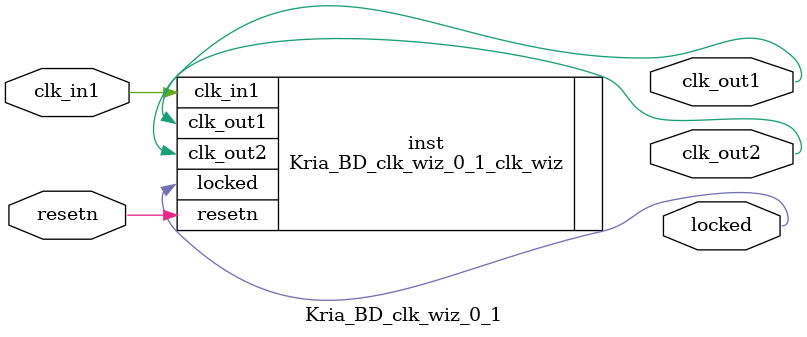
<source format=v>


`timescale 1ps/1ps

(* CORE_GENERATION_INFO = "Kria_BD_clk_wiz_0_1,clk_wiz_v6_0_12_0_0,{component_name=Kria_BD_clk_wiz_0_1,use_phase_alignment=false,use_min_o_jitter=false,use_max_i_jitter=false,use_dyn_phase_shift=false,use_inclk_switchover=false,use_dyn_reconfig=false,enable_axi=0,feedback_source=FDBK_AUTO,PRIMITIVE=MMCM,num_out_clk=2,clkin1_period=10.000,clkin2_period=10.000,use_power_down=false,use_reset=true,use_locked=true,use_inclk_stopped=false,feedback_type=SINGLE,CLOCK_MGR_TYPE=NA,manual_override=false}" *)

module Kria_BD_clk_wiz_0_1 
 (
  // Clock out ports
  output        clk_out1,
  output        clk_out2,
  // Status and control signals
  input         resetn,
  output        locked,
 // Clock in ports
  input         clk_in1
 );

  Kria_BD_clk_wiz_0_1_clk_wiz inst
  (
  // Clock out ports  
  .clk_out1(clk_out1),
  .clk_out2(clk_out2),
  // Status and control signals               
  .resetn(resetn), 
  .locked(locked),
 // Clock in ports
  .clk_in1(clk_in1)
  );

endmodule

</source>
